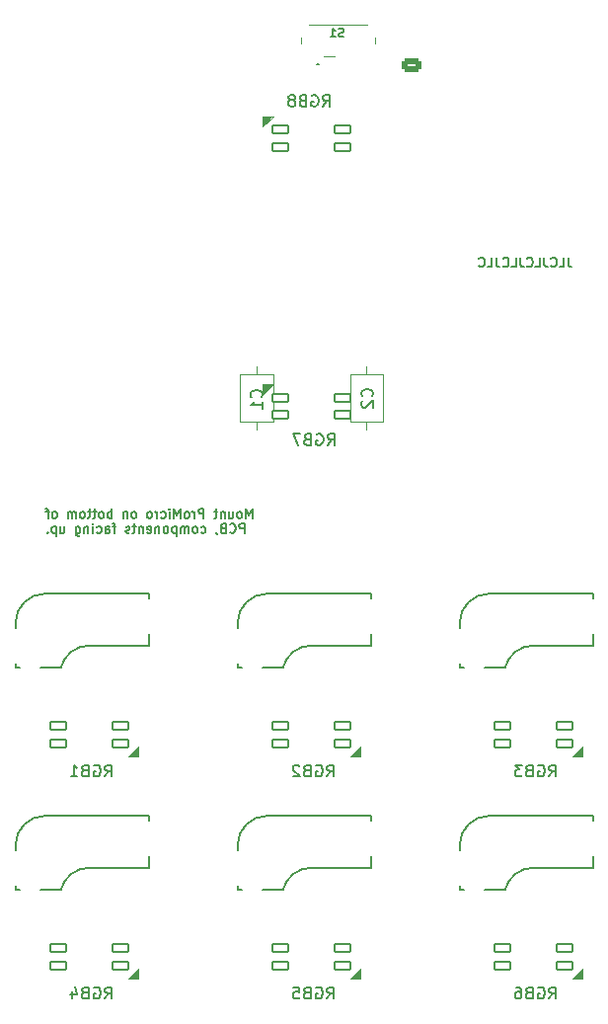
<source format=gbo>
%TF.GenerationSoftware,KiCad,Pcbnew,(6.0.4)*%
%TF.CreationDate,2022-04-07T14:17:58+02:00*%
%TF.ProjectId,Little Big Scroll 6,4c697474-6c65-4204-9269-67205363726f,v1.01*%
%TF.SameCoordinates,Original*%
%TF.FileFunction,Legend,Bot*%
%TF.FilePolarity,Positive*%
%FSLAX46Y46*%
G04 Gerber Fmt 4.6, Leading zero omitted, Abs format (unit mm)*
G04 Created by KiCad (PCBNEW (6.0.4)) date 2022-04-07 14:17:58*
%MOMM*%
%LPD*%
G01*
G04 APERTURE LIST*
G04 Aperture macros list*
%AMRoundRect*
0 Rectangle with rounded corners*
0 $1 Rounding radius*
0 $2 $3 $4 $5 $6 $7 $8 $9 X,Y pos of 4 corners*
0 Add a 4 corners polygon primitive as box body*
4,1,4,$2,$3,$4,$5,$6,$7,$8,$9,$2,$3,0*
0 Add four circle primitives for the rounded corners*
1,1,$1+$1,$2,$3*
1,1,$1+$1,$4,$5*
1,1,$1+$1,$6,$7*
1,1,$1+$1,$8,$9*
0 Add four rect primitives between the rounded corners*
20,1,$1+$1,$2,$3,$4,$5,0*
20,1,$1+$1,$4,$5,$6,$7,0*
20,1,$1+$1,$6,$7,$8,$9,0*
20,1,$1+$1,$8,$9,$2,$3,0*%
G04 Aperture macros list end*
%ADD10C,0.150000*%
%ADD11C,0.100000*%
%ADD12C,0.120000*%
%ADD13C,0.200000*%
%ADD14R,1.752600X1.752600*%
%ADD15C,1.752600*%
%ADD16C,3.000000*%
%ADD17C,1.701800*%
%ADD18C,3.987800*%
%ADD19R,2.550000X2.500000*%
%ADD20R,2.000000X2.000000*%
%ADD21C,2.000000*%
%ADD22O,1.400000X2.600000*%
%ADD23RoundRect,0.082000X-0.668000X0.328000X-0.668000X-0.328000X0.668000X-0.328000X0.668000X0.328000X0*%
%ADD24RoundRect,0.082000X0.668000X-0.328000X0.668000X0.328000X-0.668000X0.328000X-0.668000X-0.328000X0*%
%ADD25C,3.700000*%
%ADD26R,1.700000X1.700000*%
%ADD27O,1.700000X1.700000*%
%ADD28RoundRect,0.250000X0.625000X-0.350000X0.625000X0.350000X-0.625000X0.350000X-0.625000X-0.350000X0*%
%ADD29O,1.750000X1.200000*%
%ADD30C,1.600000*%
%ADD31O,1.600000X1.600000*%
%ADD32C,0.850000*%
%ADD33R,0.800000X1.200000*%
%ADD34R,1.400000X0.800000*%
%ADD35R,1.500000X0.800000*%
G04 APERTURE END LIST*
D10*
X132295238Y-67361904D02*
X132295238Y-67933333D01*
X132333333Y-68047619D01*
X132409523Y-68123809D01*
X132523809Y-68161904D01*
X132600000Y-68161904D01*
X131533333Y-68161904D02*
X131914285Y-68161904D01*
X131914285Y-67361904D01*
X130809523Y-68085714D02*
X130847619Y-68123809D01*
X130961904Y-68161904D01*
X131038095Y-68161904D01*
X131152380Y-68123809D01*
X131228571Y-68047619D01*
X131266666Y-67971428D01*
X131304761Y-67819047D01*
X131304761Y-67704761D01*
X131266666Y-67552380D01*
X131228571Y-67476190D01*
X131152380Y-67400000D01*
X131038095Y-67361904D01*
X130961904Y-67361904D01*
X130847619Y-67400000D01*
X130809523Y-67438095D01*
X130238095Y-67361904D02*
X130238095Y-67933333D01*
X130276190Y-68047619D01*
X130352380Y-68123809D01*
X130466666Y-68161904D01*
X130542857Y-68161904D01*
X129476190Y-68161904D02*
X129857142Y-68161904D01*
X129857142Y-67361904D01*
X128752380Y-68085714D02*
X128790476Y-68123809D01*
X128904761Y-68161904D01*
X128980952Y-68161904D01*
X129095238Y-68123809D01*
X129171428Y-68047619D01*
X129209523Y-67971428D01*
X129247619Y-67819047D01*
X129247619Y-67704761D01*
X129209523Y-67552380D01*
X129171428Y-67476190D01*
X129095238Y-67400000D01*
X128980952Y-67361904D01*
X128904761Y-67361904D01*
X128790476Y-67400000D01*
X128752380Y-67438095D01*
X128180952Y-67361904D02*
X128180952Y-67933333D01*
X128219047Y-68047619D01*
X128295238Y-68123809D01*
X128409523Y-68161904D01*
X128485714Y-68161904D01*
X127419047Y-68161904D02*
X127800000Y-68161904D01*
X127800000Y-67361904D01*
X126695238Y-68085714D02*
X126733333Y-68123809D01*
X126847619Y-68161904D01*
X126923809Y-68161904D01*
X127038095Y-68123809D01*
X127114285Y-68047619D01*
X127152380Y-67971428D01*
X127190476Y-67819047D01*
X127190476Y-67704761D01*
X127152380Y-67552380D01*
X127114285Y-67476190D01*
X127038095Y-67400000D01*
X126923809Y-67361904D01*
X126847619Y-67361904D01*
X126733333Y-67400000D01*
X126695238Y-67438095D01*
X126123809Y-67361904D02*
X126123809Y-67933333D01*
X126161904Y-68047619D01*
X126238095Y-68123809D01*
X126352380Y-68161904D01*
X126428571Y-68161904D01*
X125361904Y-68161904D02*
X125742857Y-68161904D01*
X125742857Y-67361904D01*
X124638095Y-68085714D02*
X124676190Y-68123809D01*
X124790476Y-68161904D01*
X124866666Y-68161904D01*
X124980952Y-68123809D01*
X125057142Y-68047619D01*
X125095238Y-67971428D01*
X125133333Y-67819047D01*
X125133333Y-67704761D01*
X125095238Y-67552380D01*
X125057142Y-67476190D01*
X124980952Y-67400000D01*
X124866666Y-67361904D01*
X124790476Y-67361904D01*
X124676190Y-67400000D01*
X124638095Y-67438095D01*
X105184761Y-89677904D02*
X105184761Y-88877904D01*
X104918095Y-89449333D01*
X104651428Y-88877904D01*
X104651428Y-89677904D01*
X104156190Y-89677904D02*
X104232380Y-89639809D01*
X104270476Y-89601714D01*
X104308571Y-89525523D01*
X104308571Y-89296952D01*
X104270476Y-89220761D01*
X104232380Y-89182666D01*
X104156190Y-89144571D01*
X104041904Y-89144571D01*
X103965714Y-89182666D01*
X103927619Y-89220761D01*
X103889523Y-89296952D01*
X103889523Y-89525523D01*
X103927619Y-89601714D01*
X103965714Y-89639809D01*
X104041904Y-89677904D01*
X104156190Y-89677904D01*
X103203809Y-89144571D02*
X103203809Y-89677904D01*
X103546666Y-89144571D02*
X103546666Y-89563619D01*
X103508571Y-89639809D01*
X103432380Y-89677904D01*
X103318095Y-89677904D01*
X103241904Y-89639809D01*
X103203809Y-89601714D01*
X102822857Y-89144571D02*
X102822857Y-89677904D01*
X102822857Y-89220761D02*
X102784761Y-89182666D01*
X102708571Y-89144571D01*
X102594285Y-89144571D01*
X102518095Y-89182666D01*
X102480000Y-89258857D01*
X102480000Y-89677904D01*
X102213333Y-89144571D02*
X101908571Y-89144571D01*
X102099047Y-88877904D02*
X102099047Y-89563619D01*
X102060952Y-89639809D01*
X101984761Y-89677904D01*
X101908571Y-89677904D01*
X101032380Y-89677904D02*
X101032380Y-88877904D01*
X100727619Y-88877904D01*
X100651428Y-88916000D01*
X100613333Y-88954095D01*
X100575238Y-89030285D01*
X100575238Y-89144571D01*
X100613333Y-89220761D01*
X100651428Y-89258857D01*
X100727619Y-89296952D01*
X101032380Y-89296952D01*
X100232380Y-89677904D02*
X100232380Y-89144571D01*
X100232380Y-89296952D02*
X100194285Y-89220761D01*
X100156190Y-89182666D01*
X100080000Y-89144571D01*
X100003809Y-89144571D01*
X99622857Y-89677904D02*
X99699047Y-89639809D01*
X99737142Y-89601714D01*
X99775238Y-89525523D01*
X99775238Y-89296952D01*
X99737142Y-89220761D01*
X99699047Y-89182666D01*
X99622857Y-89144571D01*
X99508571Y-89144571D01*
X99432380Y-89182666D01*
X99394285Y-89220761D01*
X99356190Y-89296952D01*
X99356190Y-89525523D01*
X99394285Y-89601714D01*
X99432380Y-89639809D01*
X99508571Y-89677904D01*
X99622857Y-89677904D01*
X99013333Y-89677904D02*
X99013333Y-88877904D01*
X98746666Y-89449333D01*
X98480000Y-88877904D01*
X98480000Y-89677904D01*
X98099047Y-89677904D02*
X98099047Y-89144571D01*
X98099047Y-88877904D02*
X98137142Y-88916000D01*
X98099047Y-88954095D01*
X98060952Y-88916000D01*
X98099047Y-88877904D01*
X98099047Y-88954095D01*
X97375238Y-89639809D02*
X97451428Y-89677904D01*
X97603809Y-89677904D01*
X97680000Y-89639809D01*
X97718095Y-89601714D01*
X97756190Y-89525523D01*
X97756190Y-89296952D01*
X97718095Y-89220761D01*
X97680000Y-89182666D01*
X97603809Y-89144571D01*
X97451428Y-89144571D01*
X97375238Y-89182666D01*
X97032380Y-89677904D02*
X97032380Y-89144571D01*
X97032380Y-89296952D02*
X96994285Y-89220761D01*
X96956190Y-89182666D01*
X96880000Y-89144571D01*
X96803809Y-89144571D01*
X96422857Y-89677904D02*
X96499047Y-89639809D01*
X96537142Y-89601714D01*
X96575238Y-89525523D01*
X96575238Y-89296952D01*
X96537142Y-89220761D01*
X96499047Y-89182666D01*
X96422857Y-89144571D01*
X96308571Y-89144571D01*
X96232380Y-89182666D01*
X96194285Y-89220761D01*
X96156190Y-89296952D01*
X96156190Y-89525523D01*
X96194285Y-89601714D01*
X96232380Y-89639809D01*
X96308571Y-89677904D01*
X96422857Y-89677904D01*
X95089523Y-89677904D02*
X95165714Y-89639809D01*
X95203809Y-89601714D01*
X95241904Y-89525523D01*
X95241904Y-89296952D01*
X95203809Y-89220761D01*
X95165714Y-89182666D01*
X95089523Y-89144571D01*
X94975238Y-89144571D01*
X94899047Y-89182666D01*
X94860952Y-89220761D01*
X94822857Y-89296952D01*
X94822857Y-89525523D01*
X94860952Y-89601714D01*
X94899047Y-89639809D01*
X94975238Y-89677904D01*
X95089523Y-89677904D01*
X94480000Y-89144571D02*
X94480000Y-89677904D01*
X94480000Y-89220761D02*
X94441904Y-89182666D01*
X94365714Y-89144571D01*
X94251428Y-89144571D01*
X94175238Y-89182666D01*
X94137142Y-89258857D01*
X94137142Y-89677904D01*
X93146666Y-89677904D02*
X93146666Y-88877904D01*
X93146666Y-89182666D02*
X93070476Y-89144571D01*
X92918095Y-89144571D01*
X92841904Y-89182666D01*
X92803809Y-89220761D01*
X92765714Y-89296952D01*
X92765714Y-89525523D01*
X92803809Y-89601714D01*
X92841904Y-89639809D01*
X92918095Y-89677904D01*
X93070476Y-89677904D01*
X93146666Y-89639809D01*
X92308571Y-89677904D02*
X92384761Y-89639809D01*
X92422857Y-89601714D01*
X92460952Y-89525523D01*
X92460952Y-89296952D01*
X92422857Y-89220761D01*
X92384761Y-89182666D01*
X92308571Y-89144571D01*
X92194285Y-89144571D01*
X92118095Y-89182666D01*
X92080000Y-89220761D01*
X92041904Y-89296952D01*
X92041904Y-89525523D01*
X92080000Y-89601714D01*
X92118095Y-89639809D01*
X92194285Y-89677904D01*
X92308571Y-89677904D01*
X91813333Y-89144571D02*
X91508571Y-89144571D01*
X91699047Y-88877904D02*
X91699047Y-89563619D01*
X91660952Y-89639809D01*
X91584761Y-89677904D01*
X91508571Y-89677904D01*
X91356190Y-89144571D02*
X91051428Y-89144571D01*
X91241904Y-88877904D02*
X91241904Y-89563619D01*
X91203809Y-89639809D01*
X91127619Y-89677904D01*
X91051428Y-89677904D01*
X90670476Y-89677904D02*
X90746666Y-89639809D01*
X90784761Y-89601714D01*
X90822857Y-89525523D01*
X90822857Y-89296952D01*
X90784761Y-89220761D01*
X90746666Y-89182666D01*
X90670476Y-89144571D01*
X90556190Y-89144571D01*
X90480000Y-89182666D01*
X90441904Y-89220761D01*
X90403809Y-89296952D01*
X90403809Y-89525523D01*
X90441904Y-89601714D01*
X90480000Y-89639809D01*
X90556190Y-89677904D01*
X90670476Y-89677904D01*
X90060952Y-89677904D02*
X90060952Y-89144571D01*
X90060952Y-89220761D02*
X90022857Y-89182666D01*
X89946666Y-89144571D01*
X89832380Y-89144571D01*
X89756190Y-89182666D01*
X89718095Y-89258857D01*
X89718095Y-89677904D01*
X89718095Y-89258857D02*
X89680000Y-89182666D01*
X89603809Y-89144571D01*
X89489523Y-89144571D01*
X89413333Y-89182666D01*
X89375238Y-89258857D01*
X89375238Y-89677904D01*
X88270476Y-89677904D02*
X88346666Y-89639809D01*
X88384761Y-89601714D01*
X88422857Y-89525523D01*
X88422857Y-89296952D01*
X88384761Y-89220761D01*
X88346666Y-89182666D01*
X88270476Y-89144571D01*
X88156190Y-89144571D01*
X88080000Y-89182666D01*
X88041904Y-89220761D01*
X88003809Y-89296952D01*
X88003809Y-89525523D01*
X88041904Y-89601714D01*
X88080000Y-89639809D01*
X88156190Y-89677904D01*
X88270476Y-89677904D01*
X87775238Y-89144571D02*
X87470476Y-89144571D01*
X87660952Y-89677904D02*
X87660952Y-88992190D01*
X87622857Y-88916000D01*
X87546666Y-88877904D01*
X87470476Y-88877904D01*
X104537142Y-90965904D02*
X104537142Y-90165904D01*
X104232380Y-90165904D01*
X104156190Y-90204000D01*
X104118095Y-90242095D01*
X104080000Y-90318285D01*
X104080000Y-90432571D01*
X104118095Y-90508761D01*
X104156190Y-90546857D01*
X104232380Y-90584952D01*
X104537142Y-90584952D01*
X103280000Y-90889714D02*
X103318095Y-90927809D01*
X103432380Y-90965904D01*
X103508571Y-90965904D01*
X103622857Y-90927809D01*
X103699047Y-90851619D01*
X103737142Y-90775428D01*
X103775238Y-90623047D01*
X103775238Y-90508761D01*
X103737142Y-90356380D01*
X103699047Y-90280190D01*
X103622857Y-90204000D01*
X103508571Y-90165904D01*
X103432380Y-90165904D01*
X103318095Y-90204000D01*
X103280000Y-90242095D01*
X102670476Y-90546857D02*
X102556190Y-90584952D01*
X102518095Y-90623047D01*
X102480000Y-90699238D01*
X102480000Y-90813523D01*
X102518095Y-90889714D01*
X102556190Y-90927809D01*
X102632380Y-90965904D01*
X102937142Y-90965904D01*
X102937142Y-90165904D01*
X102670476Y-90165904D01*
X102594285Y-90204000D01*
X102556190Y-90242095D01*
X102518095Y-90318285D01*
X102518095Y-90394476D01*
X102556190Y-90470666D01*
X102594285Y-90508761D01*
X102670476Y-90546857D01*
X102937142Y-90546857D01*
X102099047Y-90927809D02*
X102099047Y-90965904D01*
X102137142Y-91042095D01*
X102175238Y-91080190D01*
X100803809Y-90927809D02*
X100880000Y-90965904D01*
X101032380Y-90965904D01*
X101108571Y-90927809D01*
X101146666Y-90889714D01*
X101184761Y-90813523D01*
X101184761Y-90584952D01*
X101146666Y-90508761D01*
X101108571Y-90470666D01*
X101032380Y-90432571D01*
X100880000Y-90432571D01*
X100803809Y-90470666D01*
X100346666Y-90965904D02*
X100422857Y-90927809D01*
X100460952Y-90889714D01*
X100499047Y-90813523D01*
X100499047Y-90584952D01*
X100460952Y-90508761D01*
X100422857Y-90470666D01*
X100346666Y-90432571D01*
X100232380Y-90432571D01*
X100156190Y-90470666D01*
X100118095Y-90508761D01*
X100080000Y-90584952D01*
X100080000Y-90813523D01*
X100118095Y-90889714D01*
X100156190Y-90927809D01*
X100232380Y-90965904D01*
X100346666Y-90965904D01*
X99737142Y-90965904D02*
X99737142Y-90432571D01*
X99737142Y-90508761D02*
X99699047Y-90470666D01*
X99622857Y-90432571D01*
X99508571Y-90432571D01*
X99432380Y-90470666D01*
X99394285Y-90546857D01*
X99394285Y-90965904D01*
X99394285Y-90546857D02*
X99356190Y-90470666D01*
X99280000Y-90432571D01*
X99165714Y-90432571D01*
X99089523Y-90470666D01*
X99051428Y-90546857D01*
X99051428Y-90965904D01*
X98670476Y-90432571D02*
X98670476Y-91232571D01*
X98670476Y-90470666D02*
X98594285Y-90432571D01*
X98441904Y-90432571D01*
X98365714Y-90470666D01*
X98327619Y-90508761D01*
X98289523Y-90584952D01*
X98289523Y-90813523D01*
X98327619Y-90889714D01*
X98365714Y-90927809D01*
X98441904Y-90965904D01*
X98594285Y-90965904D01*
X98670476Y-90927809D01*
X97832380Y-90965904D02*
X97908571Y-90927809D01*
X97946666Y-90889714D01*
X97984761Y-90813523D01*
X97984761Y-90584952D01*
X97946666Y-90508761D01*
X97908571Y-90470666D01*
X97832380Y-90432571D01*
X97718095Y-90432571D01*
X97641904Y-90470666D01*
X97603809Y-90508761D01*
X97565714Y-90584952D01*
X97565714Y-90813523D01*
X97603809Y-90889714D01*
X97641904Y-90927809D01*
X97718095Y-90965904D01*
X97832380Y-90965904D01*
X97222857Y-90432571D02*
X97222857Y-90965904D01*
X97222857Y-90508761D02*
X97184761Y-90470666D01*
X97108571Y-90432571D01*
X96994285Y-90432571D01*
X96918095Y-90470666D01*
X96880000Y-90546857D01*
X96880000Y-90965904D01*
X96194285Y-90927809D02*
X96270476Y-90965904D01*
X96422857Y-90965904D01*
X96499047Y-90927809D01*
X96537142Y-90851619D01*
X96537142Y-90546857D01*
X96499047Y-90470666D01*
X96422857Y-90432571D01*
X96270476Y-90432571D01*
X96194285Y-90470666D01*
X96156190Y-90546857D01*
X96156190Y-90623047D01*
X96537142Y-90699238D01*
X95813333Y-90432571D02*
X95813333Y-90965904D01*
X95813333Y-90508761D02*
X95775238Y-90470666D01*
X95699047Y-90432571D01*
X95584761Y-90432571D01*
X95508571Y-90470666D01*
X95470476Y-90546857D01*
X95470476Y-90965904D01*
X95203809Y-90432571D02*
X94899047Y-90432571D01*
X95089523Y-90165904D02*
X95089523Y-90851619D01*
X95051428Y-90927809D01*
X94975238Y-90965904D01*
X94899047Y-90965904D01*
X94670476Y-90927809D02*
X94594285Y-90965904D01*
X94441904Y-90965904D01*
X94365714Y-90927809D01*
X94327619Y-90851619D01*
X94327619Y-90813523D01*
X94365714Y-90737333D01*
X94441904Y-90699238D01*
X94556190Y-90699238D01*
X94632380Y-90661142D01*
X94670476Y-90584952D01*
X94670476Y-90546857D01*
X94632380Y-90470666D01*
X94556190Y-90432571D01*
X94441904Y-90432571D01*
X94365714Y-90470666D01*
X93489523Y-90432571D02*
X93184761Y-90432571D01*
X93375238Y-90965904D02*
X93375238Y-90280190D01*
X93337142Y-90204000D01*
X93260952Y-90165904D01*
X93184761Y-90165904D01*
X92575238Y-90965904D02*
X92575238Y-90546857D01*
X92613333Y-90470666D01*
X92689523Y-90432571D01*
X92841904Y-90432571D01*
X92918095Y-90470666D01*
X92575238Y-90927809D02*
X92651428Y-90965904D01*
X92841904Y-90965904D01*
X92918095Y-90927809D01*
X92956190Y-90851619D01*
X92956190Y-90775428D01*
X92918095Y-90699238D01*
X92841904Y-90661142D01*
X92651428Y-90661142D01*
X92575238Y-90623047D01*
X91851428Y-90927809D02*
X91927619Y-90965904D01*
X92080000Y-90965904D01*
X92156190Y-90927809D01*
X92194285Y-90889714D01*
X92232380Y-90813523D01*
X92232380Y-90584952D01*
X92194285Y-90508761D01*
X92156190Y-90470666D01*
X92080000Y-90432571D01*
X91927619Y-90432571D01*
X91851428Y-90470666D01*
X91508571Y-90965904D02*
X91508571Y-90432571D01*
X91508571Y-90165904D02*
X91546666Y-90204000D01*
X91508571Y-90242095D01*
X91470476Y-90204000D01*
X91508571Y-90165904D01*
X91508571Y-90242095D01*
X91127619Y-90432571D02*
X91127619Y-90965904D01*
X91127619Y-90508761D02*
X91089523Y-90470666D01*
X91013333Y-90432571D01*
X90899047Y-90432571D01*
X90822857Y-90470666D01*
X90784761Y-90546857D01*
X90784761Y-90965904D01*
X90060952Y-90432571D02*
X90060952Y-91080190D01*
X90099047Y-91156380D01*
X90137142Y-91194476D01*
X90213333Y-91232571D01*
X90327619Y-91232571D01*
X90403809Y-91194476D01*
X90060952Y-90927809D02*
X90137142Y-90965904D01*
X90289523Y-90965904D01*
X90365714Y-90927809D01*
X90403809Y-90889714D01*
X90441904Y-90813523D01*
X90441904Y-90584952D01*
X90403809Y-90508761D01*
X90365714Y-90470666D01*
X90289523Y-90432571D01*
X90137142Y-90432571D01*
X90060952Y-90470666D01*
X88727619Y-90432571D02*
X88727619Y-90965904D01*
X89070476Y-90432571D02*
X89070476Y-90851619D01*
X89032380Y-90927809D01*
X88956190Y-90965904D01*
X88841904Y-90965904D01*
X88765714Y-90927809D01*
X88727619Y-90889714D01*
X88346666Y-90432571D02*
X88346666Y-91232571D01*
X88346666Y-90470666D02*
X88270476Y-90432571D01*
X88118095Y-90432571D01*
X88041904Y-90470666D01*
X88003809Y-90508761D01*
X87965714Y-90584952D01*
X87965714Y-90813523D01*
X88003809Y-90889714D01*
X88041904Y-90927809D01*
X88118095Y-90965904D01*
X88270476Y-90965904D01*
X88346666Y-90927809D01*
X87622857Y-90889714D02*
X87584761Y-90927809D01*
X87622857Y-90965904D01*
X87660952Y-90927809D01*
X87622857Y-90889714D01*
X87622857Y-90965904D01*
X92566666Y-111852380D02*
X92900000Y-111376190D01*
X93138095Y-111852380D02*
X93138095Y-110852380D01*
X92757142Y-110852380D01*
X92661904Y-110900000D01*
X92614285Y-110947619D01*
X92566666Y-111042857D01*
X92566666Y-111185714D01*
X92614285Y-111280952D01*
X92661904Y-111328571D01*
X92757142Y-111376190D01*
X93138095Y-111376190D01*
X91614285Y-110900000D02*
X91709523Y-110852380D01*
X91852380Y-110852380D01*
X91995238Y-110900000D01*
X92090476Y-110995238D01*
X92138095Y-111090476D01*
X92185714Y-111280952D01*
X92185714Y-111423809D01*
X92138095Y-111614285D01*
X92090476Y-111709523D01*
X91995238Y-111804761D01*
X91852380Y-111852380D01*
X91757142Y-111852380D01*
X91614285Y-111804761D01*
X91566666Y-111757142D01*
X91566666Y-111423809D01*
X91757142Y-111423809D01*
X90804761Y-111328571D02*
X90661904Y-111376190D01*
X90614285Y-111423809D01*
X90566666Y-111519047D01*
X90566666Y-111661904D01*
X90614285Y-111757142D01*
X90661904Y-111804761D01*
X90757142Y-111852380D01*
X91138095Y-111852380D01*
X91138095Y-110852380D01*
X90804761Y-110852380D01*
X90709523Y-110900000D01*
X90661904Y-110947619D01*
X90614285Y-111042857D01*
X90614285Y-111138095D01*
X90661904Y-111233333D01*
X90709523Y-111280952D01*
X90804761Y-111328571D01*
X91138095Y-111328571D01*
X89614285Y-111852380D02*
X90185714Y-111852380D01*
X89900000Y-111852380D02*
X89900000Y-110852380D01*
X89995238Y-110995238D01*
X90090476Y-111090476D01*
X90185714Y-111138095D01*
X111616666Y-111852380D02*
X111950000Y-111376190D01*
X112188095Y-111852380D02*
X112188095Y-110852380D01*
X111807142Y-110852380D01*
X111711904Y-110900000D01*
X111664285Y-110947619D01*
X111616666Y-111042857D01*
X111616666Y-111185714D01*
X111664285Y-111280952D01*
X111711904Y-111328571D01*
X111807142Y-111376190D01*
X112188095Y-111376190D01*
X110664285Y-110900000D02*
X110759523Y-110852380D01*
X110902380Y-110852380D01*
X111045238Y-110900000D01*
X111140476Y-110995238D01*
X111188095Y-111090476D01*
X111235714Y-111280952D01*
X111235714Y-111423809D01*
X111188095Y-111614285D01*
X111140476Y-111709523D01*
X111045238Y-111804761D01*
X110902380Y-111852380D01*
X110807142Y-111852380D01*
X110664285Y-111804761D01*
X110616666Y-111757142D01*
X110616666Y-111423809D01*
X110807142Y-111423809D01*
X109854761Y-111328571D02*
X109711904Y-111376190D01*
X109664285Y-111423809D01*
X109616666Y-111519047D01*
X109616666Y-111661904D01*
X109664285Y-111757142D01*
X109711904Y-111804761D01*
X109807142Y-111852380D01*
X110188095Y-111852380D01*
X110188095Y-110852380D01*
X109854761Y-110852380D01*
X109759523Y-110900000D01*
X109711904Y-110947619D01*
X109664285Y-111042857D01*
X109664285Y-111138095D01*
X109711904Y-111233333D01*
X109759523Y-111280952D01*
X109854761Y-111328571D01*
X110188095Y-111328571D01*
X109235714Y-110947619D02*
X109188095Y-110900000D01*
X109092857Y-110852380D01*
X108854761Y-110852380D01*
X108759523Y-110900000D01*
X108711904Y-110947619D01*
X108664285Y-111042857D01*
X108664285Y-111138095D01*
X108711904Y-111280952D01*
X109283333Y-111852380D01*
X108664285Y-111852380D01*
X130666666Y-111852380D02*
X131000000Y-111376190D01*
X131238095Y-111852380D02*
X131238095Y-110852380D01*
X130857142Y-110852380D01*
X130761904Y-110900000D01*
X130714285Y-110947619D01*
X130666666Y-111042857D01*
X130666666Y-111185714D01*
X130714285Y-111280952D01*
X130761904Y-111328571D01*
X130857142Y-111376190D01*
X131238095Y-111376190D01*
X129714285Y-110900000D02*
X129809523Y-110852380D01*
X129952380Y-110852380D01*
X130095238Y-110900000D01*
X130190476Y-110995238D01*
X130238095Y-111090476D01*
X130285714Y-111280952D01*
X130285714Y-111423809D01*
X130238095Y-111614285D01*
X130190476Y-111709523D01*
X130095238Y-111804761D01*
X129952380Y-111852380D01*
X129857142Y-111852380D01*
X129714285Y-111804761D01*
X129666666Y-111757142D01*
X129666666Y-111423809D01*
X129857142Y-111423809D01*
X128904761Y-111328571D02*
X128761904Y-111376190D01*
X128714285Y-111423809D01*
X128666666Y-111519047D01*
X128666666Y-111661904D01*
X128714285Y-111757142D01*
X128761904Y-111804761D01*
X128857142Y-111852380D01*
X129238095Y-111852380D01*
X129238095Y-110852380D01*
X128904761Y-110852380D01*
X128809523Y-110900000D01*
X128761904Y-110947619D01*
X128714285Y-111042857D01*
X128714285Y-111138095D01*
X128761904Y-111233333D01*
X128809523Y-111280952D01*
X128904761Y-111328571D01*
X129238095Y-111328571D01*
X128333333Y-110852380D02*
X127714285Y-110852380D01*
X128047619Y-111233333D01*
X127904761Y-111233333D01*
X127809523Y-111280952D01*
X127761904Y-111328571D01*
X127714285Y-111423809D01*
X127714285Y-111661904D01*
X127761904Y-111757142D01*
X127809523Y-111804761D01*
X127904761Y-111852380D01*
X128190476Y-111852380D01*
X128285714Y-111804761D01*
X128333333Y-111757142D01*
X92566666Y-130902380D02*
X92900000Y-130426190D01*
X93138095Y-130902380D02*
X93138095Y-129902380D01*
X92757142Y-129902380D01*
X92661904Y-129950000D01*
X92614285Y-129997619D01*
X92566666Y-130092857D01*
X92566666Y-130235714D01*
X92614285Y-130330952D01*
X92661904Y-130378571D01*
X92757142Y-130426190D01*
X93138095Y-130426190D01*
X91614285Y-129950000D02*
X91709523Y-129902380D01*
X91852380Y-129902380D01*
X91995238Y-129950000D01*
X92090476Y-130045238D01*
X92138095Y-130140476D01*
X92185714Y-130330952D01*
X92185714Y-130473809D01*
X92138095Y-130664285D01*
X92090476Y-130759523D01*
X91995238Y-130854761D01*
X91852380Y-130902380D01*
X91757142Y-130902380D01*
X91614285Y-130854761D01*
X91566666Y-130807142D01*
X91566666Y-130473809D01*
X91757142Y-130473809D01*
X90804761Y-130378571D02*
X90661904Y-130426190D01*
X90614285Y-130473809D01*
X90566666Y-130569047D01*
X90566666Y-130711904D01*
X90614285Y-130807142D01*
X90661904Y-130854761D01*
X90757142Y-130902380D01*
X91138095Y-130902380D01*
X91138095Y-129902380D01*
X90804761Y-129902380D01*
X90709523Y-129950000D01*
X90661904Y-129997619D01*
X90614285Y-130092857D01*
X90614285Y-130188095D01*
X90661904Y-130283333D01*
X90709523Y-130330952D01*
X90804761Y-130378571D01*
X91138095Y-130378571D01*
X89709523Y-130235714D02*
X89709523Y-130902380D01*
X89947619Y-129854761D02*
X90185714Y-130569047D01*
X89566666Y-130569047D01*
X111616666Y-130902380D02*
X111950000Y-130426190D01*
X112188095Y-130902380D02*
X112188095Y-129902380D01*
X111807142Y-129902380D01*
X111711904Y-129950000D01*
X111664285Y-129997619D01*
X111616666Y-130092857D01*
X111616666Y-130235714D01*
X111664285Y-130330952D01*
X111711904Y-130378571D01*
X111807142Y-130426190D01*
X112188095Y-130426190D01*
X110664285Y-129950000D02*
X110759523Y-129902380D01*
X110902380Y-129902380D01*
X111045238Y-129950000D01*
X111140476Y-130045238D01*
X111188095Y-130140476D01*
X111235714Y-130330952D01*
X111235714Y-130473809D01*
X111188095Y-130664285D01*
X111140476Y-130759523D01*
X111045238Y-130854761D01*
X110902380Y-130902380D01*
X110807142Y-130902380D01*
X110664285Y-130854761D01*
X110616666Y-130807142D01*
X110616666Y-130473809D01*
X110807142Y-130473809D01*
X109854761Y-130378571D02*
X109711904Y-130426190D01*
X109664285Y-130473809D01*
X109616666Y-130569047D01*
X109616666Y-130711904D01*
X109664285Y-130807142D01*
X109711904Y-130854761D01*
X109807142Y-130902380D01*
X110188095Y-130902380D01*
X110188095Y-129902380D01*
X109854761Y-129902380D01*
X109759523Y-129950000D01*
X109711904Y-129997619D01*
X109664285Y-130092857D01*
X109664285Y-130188095D01*
X109711904Y-130283333D01*
X109759523Y-130330952D01*
X109854761Y-130378571D01*
X110188095Y-130378571D01*
X108711904Y-129902380D02*
X109188095Y-129902380D01*
X109235714Y-130378571D01*
X109188095Y-130330952D01*
X109092857Y-130283333D01*
X108854761Y-130283333D01*
X108759523Y-130330952D01*
X108711904Y-130378571D01*
X108664285Y-130473809D01*
X108664285Y-130711904D01*
X108711904Y-130807142D01*
X108759523Y-130854761D01*
X108854761Y-130902380D01*
X109092857Y-130902380D01*
X109188095Y-130854761D01*
X109235714Y-130807142D01*
X130666666Y-130902380D02*
X131000000Y-130426190D01*
X131238095Y-130902380D02*
X131238095Y-129902380D01*
X130857142Y-129902380D01*
X130761904Y-129950000D01*
X130714285Y-129997619D01*
X130666666Y-130092857D01*
X130666666Y-130235714D01*
X130714285Y-130330952D01*
X130761904Y-130378571D01*
X130857142Y-130426190D01*
X131238095Y-130426190D01*
X129714285Y-129950000D02*
X129809523Y-129902380D01*
X129952380Y-129902380D01*
X130095238Y-129950000D01*
X130190476Y-130045238D01*
X130238095Y-130140476D01*
X130285714Y-130330952D01*
X130285714Y-130473809D01*
X130238095Y-130664285D01*
X130190476Y-130759523D01*
X130095238Y-130854761D01*
X129952380Y-130902380D01*
X129857142Y-130902380D01*
X129714285Y-130854761D01*
X129666666Y-130807142D01*
X129666666Y-130473809D01*
X129857142Y-130473809D01*
X128904761Y-130378571D02*
X128761904Y-130426190D01*
X128714285Y-130473809D01*
X128666666Y-130569047D01*
X128666666Y-130711904D01*
X128714285Y-130807142D01*
X128761904Y-130854761D01*
X128857142Y-130902380D01*
X129238095Y-130902380D01*
X129238095Y-129902380D01*
X128904761Y-129902380D01*
X128809523Y-129950000D01*
X128761904Y-129997619D01*
X128714285Y-130092857D01*
X128714285Y-130188095D01*
X128761904Y-130283333D01*
X128809523Y-130330952D01*
X128904761Y-130378571D01*
X129238095Y-130378571D01*
X127809523Y-129902380D02*
X128000000Y-129902380D01*
X128095238Y-129950000D01*
X128142857Y-129997619D01*
X128238095Y-130140476D01*
X128285714Y-130330952D01*
X128285714Y-130711904D01*
X128238095Y-130807142D01*
X128190476Y-130854761D01*
X128095238Y-130902380D01*
X127904761Y-130902380D01*
X127809523Y-130854761D01*
X127761904Y-130807142D01*
X127714285Y-130711904D01*
X127714285Y-130473809D01*
X127761904Y-130378571D01*
X127809523Y-130330952D01*
X127904761Y-130283333D01*
X128095238Y-130283333D01*
X128190476Y-130330952D01*
X128238095Y-130378571D01*
X128285714Y-130473809D01*
X111256666Y-54412380D02*
X111590000Y-53936190D01*
X111828095Y-54412380D02*
X111828095Y-53412380D01*
X111447142Y-53412380D01*
X111351904Y-53460000D01*
X111304285Y-53507619D01*
X111256666Y-53602857D01*
X111256666Y-53745714D01*
X111304285Y-53840952D01*
X111351904Y-53888571D01*
X111447142Y-53936190D01*
X111828095Y-53936190D01*
X110304285Y-53460000D02*
X110399523Y-53412380D01*
X110542380Y-53412380D01*
X110685238Y-53460000D01*
X110780476Y-53555238D01*
X110828095Y-53650476D01*
X110875714Y-53840952D01*
X110875714Y-53983809D01*
X110828095Y-54174285D01*
X110780476Y-54269523D01*
X110685238Y-54364761D01*
X110542380Y-54412380D01*
X110447142Y-54412380D01*
X110304285Y-54364761D01*
X110256666Y-54317142D01*
X110256666Y-53983809D01*
X110447142Y-53983809D01*
X109494761Y-53888571D02*
X109351904Y-53936190D01*
X109304285Y-53983809D01*
X109256666Y-54079047D01*
X109256666Y-54221904D01*
X109304285Y-54317142D01*
X109351904Y-54364761D01*
X109447142Y-54412380D01*
X109828095Y-54412380D01*
X109828095Y-53412380D01*
X109494761Y-53412380D01*
X109399523Y-53460000D01*
X109351904Y-53507619D01*
X109304285Y-53602857D01*
X109304285Y-53698095D01*
X109351904Y-53793333D01*
X109399523Y-53840952D01*
X109494761Y-53888571D01*
X109828095Y-53888571D01*
X108685238Y-53840952D02*
X108780476Y-53793333D01*
X108828095Y-53745714D01*
X108875714Y-53650476D01*
X108875714Y-53602857D01*
X108828095Y-53507619D01*
X108780476Y-53460000D01*
X108685238Y-53412380D01*
X108494761Y-53412380D01*
X108399523Y-53460000D01*
X108351904Y-53507619D01*
X108304285Y-53602857D01*
X108304285Y-53650476D01*
X108351904Y-53745714D01*
X108399523Y-53793333D01*
X108494761Y-53840952D01*
X108685238Y-53840952D01*
X108780476Y-53888571D01*
X108828095Y-53936190D01*
X108875714Y-54031428D01*
X108875714Y-54221904D01*
X108828095Y-54317142D01*
X108780476Y-54364761D01*
X108685238Y-54412380D01*
X108494761Y-54412380D01*
X108399523Y-54364761D01*
X108351904Y-54317142D01*
X108304285Y-54221904D01*
X108304285Y-54031428D01*
X108351904Y-53936190D01*
X108399523Y-53888571D01*
X108494761Y-53840952D01*
X111666666Y-83452380D02*
X112000000Y-82976190D01*
X112238095Y-83452380D02*
X112238095Y-82452380D01*
X111857142Y-82452380D01*
X111761904Y-82500000D01*
X111714285Y-82547619D01*
X111666666Y-82642857D01*
X111666666Y-82785714D01*
X111714285Y-82880952D01*
X111761904Y-82928571D01*
X111857142Y-82976190D01*
X112238095Y-82976190D01*
X110714285Y-82500000D02*
X110809523Y-82452380D01*
X110952380Y-82452380D01*
X111095238Y-82500000D01*
X111190476Y-82595238D01*
X111238095Y-82690476D01*
X111285714Y-82880952D01*
X111285714Y-83023809D01*
X111238095Y-83214285D01*
X111190476Y-83309523D01*
X111095238Y-83404761D01*
X110952380Y-83452380D01*
X110857142Y-83452380D01*
X110714285Y-83404761D01*
X110666666Y-83357142D01*
X110666666Y-83023809D01*
X110857142Y-83023809D01*
X109904761Y-82928571D02*
X109761904Y-82976190D01*
X109714285Y-83023809D01*
X109666666Y-83119047D01*
X109666666Y-83261904D01*
X109714285Y-83357142D01*
X109761904Y-83404761D01*
X109857142Y-83452380D01*
X110238095Y-83452380D01*
X110238095Y-82452380D01*
X109904761Y-82452380D01*
X109809523Y-82500000D01*
X109761904Y-82547619D01*
X109714285Y-82642857D01*
X109714285Y-82738095D01*
X109761904Y-82833333D01*
X109809523Y-82880952D01*
X109904761Y-82928571D01*
X110238095Y-82928571D01*
X109333333Y-82452380D02*
X108666666Y-82452380D01*
X109095238Y-83452380D01*
X115457142Y-79253333D02*
X115504761Y-79205714D01*
X115552380Y-79062857D01*
X115552380Y-78967619D01*
X115504761Y-78824761D01*
X115409523Y-78729523D01*
X115314285Y-78681904D01*
X115123809Y-78634285D01*
X114980952Y-78634285D01*
X114790476Y-78681904D01*
X114695238Y-78729523D01*
X114600000Y-78824761D01*
X114552380Y-78967619D01*
X114552380Y-79062857D01*
X114600000Y-79205714D01*
X114647619Y-79253333D01*
X114647619Y-79634285D02*
X114600000Y-79681904D01*
X114552380Y-79777142D01*
X114552380Y-80015238D01*
X114600000Y-80110476D01*
X114647619Y-80158095D01*
X114742857Y-80205714D01*
X114838095Y-80205714D01*
X114980952Y-80158095D01*
X115552380Y-79586666D01*
X115552380Y-80205714D01*
X105957142Y-79333333D02*
X106004761Y-79285714D01*
X106052380Y-79142857D01*
X106052380Y-79047619D01*
X106004761Y-78904761D01*
X105909523Y-78809523D01*
X105814285Y-78761904D01*
X105623809Y-78714285D01*
X105480952Y-78714285D01*
X105290476Y-78761904D01*
X105195238Y-78809523D01*
X105100000Y-78904761D01*
X105052380Y-79047619D01*
X105052380Y-79142857D01*
X105100000Y-79285714D01*
X105147619Y-79333333D01*
X106052380Y-80285714D02*
X106052380Y-79714285D01*
X106052380Y-80000000D02*
X105052380Y-80000000D01*
X105195238Y-79904761D01*
X105290476Y-79809523D01*
X105338095Y-79714285D01*
X113051428Y-48403571D02*
X112944285Y-48439285D01*
X112765714Y-48439285D01*
X112694285Y-48403571D01*
X112658571Y-48367857D01*
X112622857Y-48296428D01*
X112622857Y-48225000D01*
X112658571Y-48153571D01*
X112694285Y-48117857D01*
X112765714Y-48082142D01*
X112908571Y-48046428D01*
X112980000Y-48010714D01*
X113015714Y-47975000D01*
X113051428Y-47903571D01*
X113051428Y-47832142D01*
X113015714Y-47760714D01*
X112980000Y-47725000D01*
X112908571Y-47689285D01*
X112730000Y-47689285D01*
X112622857Y-47725000D01*
X111908571Y-48439285D02*
X112337142Y-48439285D01*
X112122857Y-48439285D02*
X112122857Y-47689285D01*
X112194285Y-47796428D01*
X112265714Y-47867857D01*
X112337142Y-47903571D01*
X84870000Y-98715000D02*
X84870000Y-99096000D01*
X96300000Y-100620000D02*
X91220000Y-100620000D01*
X87410000Y-96175000D02*
X96300000Y-96175000D01*
X85251000Y-102525000D02*
X84870000Y-102525000D01*
X96300000Y-96175000D02*
X96300000Y-96556000D01*
X96300000Y-99604000D02*
X96300000Y-100620000D01*
X88755838Y-102525000D02*
X87029000Y-102525000D01*
X84870000Y-102144000D02*
X84870000Y-102525000D01*
X91220000Y-100619999D02*
G75*
G03*
X88755838Y-102543960I0J-2540000D01*
G01*
X87410000Y-96175000D02*
G75*
G03*
X84870000Y-98715000I1J-2540001D01*
G01*
X103920000Y-102144000D02*
X103920000Y-102525000D01*
X106460000Y-96175000D02*
X115350000Y-96175000D01*
X103920000Y-98715000D02*
X103920000Y-99096000D01*
X115350000Y-100620000D02*
X110270000Y-100620000D01*
X115350000Y-96175000D02*
X115350000Y-96556000D01*
X104301000Y-102525000D02*
X103920000Y-102525000D01*
X115350000Y-99604000D02*
X115350000Y-100620000D01*
X107805838Y-102525000D02*
X106079000Y-102525000D01*
X110270000Y-100619999D02*
G75*
G03*
X107805838Y-102543960I0J-2540000D01*
G01*
X106460000Y-96175000D02*
G75*
G03*
X103920000Y-98715000I1J-2540001D01*
G01*
X126855838Y-102525000D02*
X125129000Y-102525000D01*
X122970000Y-102144000D02*
X122970000Y-102525000D01*
X125510000Y-96175000D02*
X134400000Y-96175000D01*
X122970000Y-98715000D02*
X122970000Y-99096000D01*
X123351000Y-102525000D02*
X122970000Y-102525000D01*
X134400000Y-100620000D02*
X129320000Y-100620000D01*
X134400000Y-99604000D02*
X134400000Y-100620000D01*
X134400000Y-96175000D02*
X134400000Y-96556000D01*
X129320000Y-100619999D02*
G75*
G03*
X126855838Y-102543960I0J-2540000D01*
G01*
X125510000Y-96175000D02*
G75*
G03*
X122970000Y-98715000I1J-2540001D01*
G01*
X84870000Y-121194000D02*
X84870000Y-121575000D01*
X85251000Y-121575000D02*
X84870000Y-121575000D01*
X84870000Y-117765000D02*
X84870000Y-118146000D01*
X96300000Y-118654000D02*
X96300000Y-119670000D01*
X96300000Y-115225000D02*
X96300000Y-115606000D01*
X87410000Y-115225000D02*
X96300000Y-115225000D01*
X88755838Y-121575000D02*
X87029000Y-121575000D01*
X96300000Y-119670000D02*
X91220000Y-119670000D01*
X91220000Y-119669999D02*
G75*
G03*
X88755838Y-121593960I0J-2540000D01*
G01*
X87410000Y-115225000D02*
G75*
G03*
X84870000Y-117765000I1J-2540001D01*
G01*
X115350000Y-115225000D02*
X115350000Y-115606000D01*
X115350000Y-118654000D02*
X115350000Y-119670000D01*
X103920000Y-117765000D02*
X103920000Y-118146000D01*
X107805838Y-121575000D02*
X106079000Y-121575000D01*
X115350000Y-119670000D02*
X110270000Y-119670000D01*
X104301000Y-121575000D02*
X103920000Y-121575000D01*
X106460000Y-115225000D02*
X115350000Y-115225000D01*
X103920000Y-121194000D02*
X103920000Y-121575000D01*
X106460000Y-115225000D02*
G75*
G03*
X103920000Y-117765000I1J-2540001D01*
G01*
X110270000Y-119669999D02*
G75*
G03*
X107805838Y-121593960I0J-2540000D01*
G01*
X123351000Y-121575000D02*
X122970000Y-121575000D01*
X134400000Y-115225000D02*
X134400000Y-115606000D01*
X134400000Y-118654000D02*
X134400000Y-119670000D01*
X122970000Y-117765000D02*
X122970000Y-118146000D01*
X134400000Y-119670000D02*
X129320000Y-119670000D01*
X122970000Y-121194000D02*
X122970000Y-121575000D01*
X125510000Y-115225000D02*
X134400000Y-115225000D01*
X126855838Y-121575000D02*
X125129000Y-121575000D01*
X125510000Y-115225000D02*
G75*
G03*
X122970000Y-117765000I1J-2540001D01*
G01*
X129320000Y-119669999D02*
G75*
G03*
X126855838Y-121593960I0J-2540000D01*
G01*
G36*
X95420000Y-110139999D02*
G01*
X94520000Y-110139999D01*
X95420000Y-109239999D01*
X95420000Y-110139999D01*
G37*
D11*
X95420000Y-110139999D02*
X94520000Y-110139999D01*
X95420000Y-109239999D01*
X95420000Y-110139999D01*
G36*
X114470000Y-110139999D02*
G01*
X113570000Y-110139999D01*
X114470000Y-109239999D01*
X114470000Y-110139999D01*
G37*
X114470000Y-110139999D02*
X113570000Y-110139999D01*
X114470000Y-109239999D01*
X114470000Y-110139999D01*
G36*
X133520000Y-110139999D02*
G01*
X132620000Y-110139999D01*
X133520000Y-109239999D01*
X133520000Y-110139999D01*
G37*
X133520000Y-110139999D02*
X132620000Y-110139999D01*
X133520000Y-109239999D01*
X133520000Y-110139999D01*
G36*
X95420000Y-129189999D02*
G01*
X94520000Y-129189999D01*
X95420000Y-128289999D01*
X95420000Y-129189999D01*
G37*
X95420000Y-129189999D02*
X94520000Y-129189999D01*
X95420000Y-128289999D01*
X95420000Y-129189999D01*
G36*
X114470000Y-129189999D02*
G01*
X113570000Y-129189999D01*
X114470000Y-128289999D01*
X114470000Y-129189999D01*
G37*
X114470000Y-129189999D02*
X113570000Y-129189999D01*
X114470000Y-128289999D01*
X114470000Y-129189999D01*
G36*
X133520000Y-129189999D02*
G01*
X132620000Y-129189999D01*
X133520000Y-128289999D01*
X133520000Y-129189999D01*
G37*
X133520000Y-129189999D02*
X132620000Y-129189999D01*
X133520000Y-128289999D01*
X133520000Y-129189999D01*
G36*
X106070000Y-56120001D02*
G01*
X106070000Y-55220001D01*
X106970000Y-55220001D01*
X106070000Y-56120001D01*
G37*
X106070000Y-56120001D02*
X106070000Y-55220001D01*
X106970000Y-55220001D01*
X106070000Y-56120001D01*
G36*
X106070000Y-79115001D02*
G01*
X106070000Y-78215001D01*
X106970000Y-78215001D01*
X106070000Y-79115001D01*
G37*
X106070000Y-79115001D02*
X106070000Y-78215001D01*
X106970000Y-78215001D01*
X106070000Y-79115001D01*
D12*
X116410000Y-81440000D02*
X113570000Y-81440000D01*
X114990000Y-76710000D02*
X114990000Y-77400000D01*
X116410000Y-77400000D02*
X116410000Y-81440000D01*
X113570000Y-81440000D02*
X113570000Y-77400000D01*
X113570000Y-77400000D02*
X116410000Y-77400000D01*
X114990000Y-82130000D02*
X114990000Y-81440000D01*
X105570000Y-76690000D02*
X105570000Y-77380000D01*
X106990000Y-77380000D02*
X106990000Y-81420000D01*
X104150000Y-81420000D02*
X104150000Y-77380000D01*
X104150000Y-77380000D02*
X106990000Y-77380000D01*
X106990000Y-81420000D02*
X104150000Y-81420000D01*
X105570000Y-82110000D02*
X105570000Y-81420000D01*
D13*
X110860000Y-50810000D02*
X110860000Y-50810000D01*
X110760000Y-50810000D02*
X110760000Y-50810000D01*
D11*
X112290000Y-50100000D02*
X111290000Y-50100000D01*
X115040000Y-47400000D02*
X110040000Y-47400000D01*
X115690000Y-48500000D02*
X115690000Y-48500000D01*
X109390000Y-49000000D02*
X109390000Y-48500000D01*
X110040000Y-47400000D02*
X115040000Y-47400000D01*
D13*
X110760000Y-50810000D02*
X110760000Y-50810000D01*
D11*
X109390000Y-48500000D02*
X109390000Y-49000000D01*
X111290000Y-50100000D02*
X112290000Y-50100000D01*
X109390000Y-48500000D02*
X109390000Y-48500000D01*
X109390000Y-49000000D02*
X109390000Y-49000000D01*
X115040000Y-47400000D02*
X115040000Y-47400000D01*
X110040000Y-47400000D02*
X110040000Y-47400000D01*
X115690000Y-48500000D02*
X115690000Y-49000000D01*
X115690000Y-49000000D02*
X115690000Y-49000000D01*
X112290000Y-50100000D02*
X112290000Y-50100000D01*
X111290000Y-50100000D02*
X111290000Y-50100000D01*
X115690000Y-49000000D02*
X115690000Y-48500000D01*
D13*
X110760000Y-50810000D02*
G75*
G03*
X110860000Y-50810000I50000J0D01*
G01*
X110860000Y-50810000D02*
G75*
G03*
X110760000Y-50810000I-50000J0D01*
G01*
X110860000Y-50810000D02*
G75*
G03*
X110760000Y-50810000I-50000J0D01*
G01*
D14*
X87340000Y-57510000D03*
D15*
X87340000Y-60050000D03*
X87340000Y-62590000D03*
X87340000Y-65130000D03*
X87340000Y-67670000D03*
X87340000Y-70210000D03*
X87340000Y-72750000D03*
X87340000Y-75290000D03*
X87340000Y-77830000D03*
X87340000Y-80370000D03*
X87340000Y-82910000D03*
X87340000Y-85450000D03*
X102580000Y-85450000D03*
X102580000Y-82910000D03*
X102580000Y-80370000D03*
X102580000Y-77830000D03*
X102580000Y-75290000D03*
X102580000Y-72750000D03*
X102580000Y-70210000D03*
X102580000Y-67670000D03*
X102580000Y-65130000D03*
X102580000Y-62590000D03*
X102580000Y-60050000D03*
X102580000Y-57510000D03*
%LPC*%
D14*
X87340000Y-57510000D03*
D15*
X87340000Y-60050000D03*
X87340000Y-62590000D03*
X87340000Y-65130000D03*
X87340000Y-67670000D03*
X87340000Y-70210000D03*
X87340000Y-72750000D03*
X87340000Y-75290000D03*
X87340000Y-77830000D03*
X87340000Y-80370000D03*
X87340000Y-82910000D03*
X87340000Y-85450000D03*
X102580000Y-85450000D03*
X102580000Y-82910000D03*
X102580000Y-80370000D03*
X102580000Y-77830000D03*
X102580000Y-75290000D03*
X102580000Y-72750000D03*
X102580000Y-70210000D03*
X102580000Y-67670000D03*
X102580000Y-65130000D03*
X102580000Y-62590000D03*
X102580000Y-60050000D03*
X102580000Y-57510000D03*
D16*
X93760000Y-98080000D03*
D17*
X86140000Y-103160000D03*
D16*
X87410000Y-100620000D03*
D18*
X91220000Y-103160000D03*
D17*
X96300000Y-103160000D03*
D19*
X83660000Y-100620000D03*
X97510000Y-98080000D03*
D16*
X106460000Y-100620000D03*
D17*
X115350000Y-103160000D03*
X105190000Y-103160000D03*
D18*
X110270000Y-103160000D03*
D16*
X112810000Y-98080000D03*
D19*
X102710000Y-100620000D03*
X116560000Y-98080000D03*
D17*
X124240000Y-103160000D03*
D16*
X131860000Y-98080000D03*
D17*
X134400000Y-103160000D03*
D16*
X125510000Y-100620000D03*
D18*
X129320000Y-103160000D03*
D19*
X121760000Y-100620000D03*
X135610000Y-98080000D03*
D17*
X86140000Y-122210000D03*
D18*
X91220000Y-122210000D03*
D17*
X96300000Y-122210000D03*
D16*
X93760000Y-117130000D03*
X87410000Y-119670000D03*
D19*
X83660000Y-119670000D03*
X97510000Y-117130000D03*
D17*
X105190000Y-122210000D03*
D16*
X112810000Y-117130000D03*
D18*
X110270000Y-122210000D03*
D17*
X115350000Y-122210000D03*
D16*
X106460000Y-119670000D03*
D19*
X102710000Y-119670000D03*
X116560000Y-117130000D03*
D18*
X129320000Y-122210000D03*
D16*
X131860000Y-117130000D03*
X125510000Y-119670000D03*
D17*
X134400000Y-122210000D03*
X124240000Y-122210000D03*
D19*
X121760000Y-119670000D03*
X135610000Y-117130000D03*
D20*
X107770000Y-75660000D03*
D21*
X112770000Y-75660000D03*
X110270000Y-75660000D03*
D22*
X104970000Y-68160000D03*
X115570000Y-68160000D03*
D21*
X112770000Y-61160000D03*
X107770000Y-61160000D03*
D23*
X93870000Y-107489999D03*
X93870000Y-108989999D03*
X88570000Y-108989999D03*
X88570000Y-107489999D03*
X107620000Y-107489999D03*
X107620000Y-108989999D03*
X112920000Y-108989999D03*
X112920000Y-107489999D03*
X126670000Y-107489999D03*
X126670000Y-108989999D03*
X131970000Y-108989999D03*
X131970000Y-107489999D03*
X88570000Y-126539999D03*
X88570000Y-128039999D03*
X93870000Y-128039999D03*
X93870000Y-126539999D03*
X107620000Y-126539999D03*
X107620000Y-128039999D03*
X112920000Y-128039999D03*
X112920000Y-126539999D03*
X126670000Y-126539999D03*
X126670000Y-128039999D03*
X131970000Y-128039999D03*
X131970000Y-126539999D03*
D24*
X112920000Y-57870001D03*
X112920000Y-56370001D03*
X107620000Y-56370001D03*
X107620000Y-57870001D03*
X112920000Y-80865001D03*
X112920000Y-79365001D03*
X107620000Y-79365001D03*
X107620000Y-80865001D03*
D25*
X84600000Y-112685000D03*
X135940000Y-112685000D03*
X135940000Y-49730000D03*
X84600000Y-49730000D03*
D26*
X106250000Y-48810000D03*
D27*
X103710000Y-48810000D03*
D28*
X118870000Y-50820000D03*
D29*
X118870000Y-48820000D03*
D30*
X114990000Y-83170000D03*
D31*
X114990000Y-75670000D03*
D30*
X105570000Y-75650000D03*
D31*
X105570000Y-83150000D03*
D32*
X114040000Y-48750000D03*
X111040000Y-48750000D03*
D33*
X110240000Y-50750000D03*
X113240000Y-50750000D03*
X114740000Y-50750000D03*
D34*
X116340000Y-47650000D03*
D35*
X108690000Y-47650000D03*
D34*
X116340000Y-49850000D03*
D35*
X108690000Y-49850000D03*
M02*

</source>
